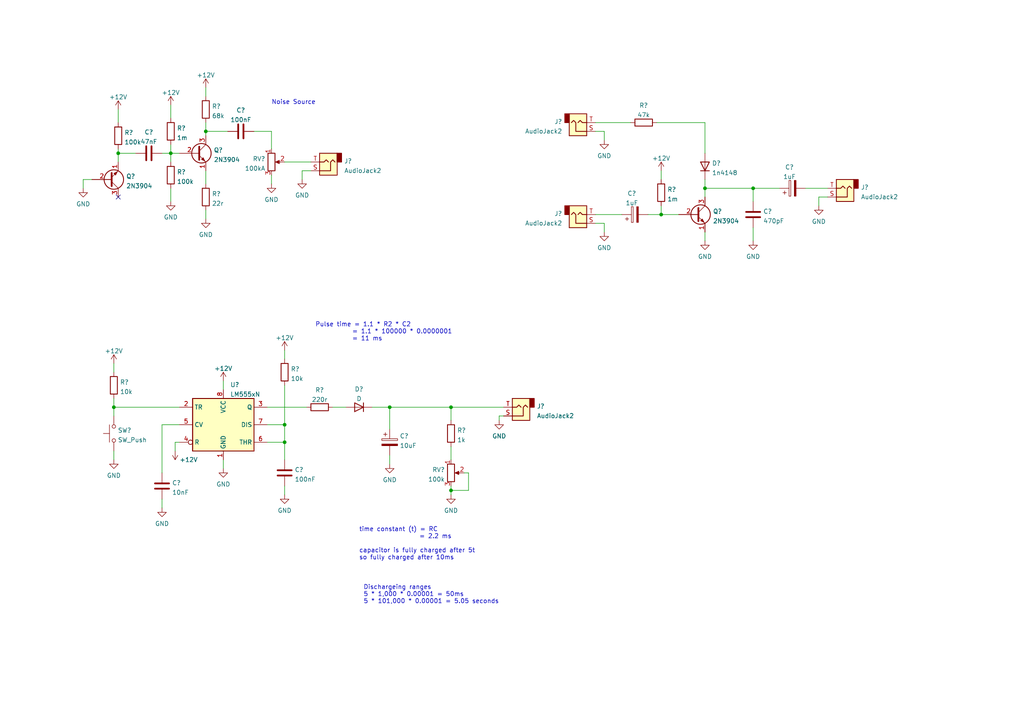
<source format=kicad_sch>
(kicad_sch (version 20211123) (generator eeschema)
  (paper "A4")
  (lib_symbols
    (symbol "Connector:AudioJack2"
      (property "Reference" "J" (at 0 8.89 0))
      (property "Value" "AudioJack2" (at 0 6.35 0))
      (symbol "AudioJack2_0_1"
        (rectangle (start -3.81 0) (end -2.54 -2.54) (stroke (width 0.254)) (fill (type outline)))
        (rectangle (start -2.54 3.81) (end 2.54 -2.54) (stroke (width 0.254)) (fill (type background)))
        (polyline (pts (xy 0 0) (xy 0.635 -0.635) (xy 1.27 0) (xy 2.54 0)) (stroke (width 0.254)))
        (polyline (pts (xy 2.54 2.54) (xy -0.635 2.54) (xy -0.635 0) (xy -1.27 -0.635) (xy -1.905 0)) (stroke (width 0.254)))
      )
      (symbol "AudioJack2_1_1"
        (pin passive line (at 5.08 2.54 180) (length 2.54) (name "~") (number "S"))
        (pin passive line (at 5.08 0 180) (length 2.54) (name "~") (number "T"))
      )
    )
    (symbol "Device:C" (pin_numbers hide) (pin_names (offset 0.254))
      (property "Reference" "C" (at 0.635 2.54 0))
      (property "Value" "C" (at 0.635 -2.54 0))
      (symbol "C_0_1"
        (polyline (pts (xy -2.032 -0.762) (xy 2.032 -0.762)) (stroke (width 0.508)))
        (polyline (pts (xy -2.032 0.762) (xy 2.032 0.762)) (stroke (width 0.508)))
      )
      (symbol "C_1_1"
        (pin passive line (at 0 3.81 270) (length 2.794) (name "~") (number "1"))
        (pin passive line (at 0 -3.81 90) (length 2.794) (name "~") (number "2"))
      )
    )
    (symbol "Device:C_Polarized" (pin_numbers hide) (pin_names (offset 0.254))
      (property "Reference" "C" (at 0.635 2.54 0))
      (property "Value" "C_Polarized" (at 0.635 -2.54 0))
      (symbol "C_Polarized_0_1"
        (rectangle (start -2.286 0.508) (end 2.286 1.016))
        (polyline (pts (xy -1.778 2.286) (xy -0.762 2.286)))
        (polyline (pts (xy -1.27 2.794) (xy -1.27 1.778)))
        (rectangle (start 2.286 -0.508) (end -2.286 -1.016) (fill (type outline)))
      )
      (symbol "C_Polarized_1_1"
        (pin passive line (at 0 3.81 270) (length 2.794) (name "~") (number "1"))
        (pin passive line (at 0 -3.81 90) (length 2.794) (name "~") (number "2"))
      )
    )
    (symbol "Device:D" (pin_numbers hide) (pin_names (offset 1.016) hide)
      (property "Reference" "D" (at 0 2.54 0))
      (property "Value" "D" (at 0 -2.54 0))
      (symbol "D_0_1"
        (polyline (pts (xy -1.27 1.27) (xy -1.27 -1.27)) (stroke (width 0.254)))
        (polyline (pts (xy 1.27 0) (xy -1.27 0)))
        (polyline (pts (xy 1.27 1.27) (xy 1.27 -1.27) (xy -1.27 0) (xy 1.27 1.27)) (stroke (width 0.254)))
      )
      (symbol "D_1_1"
        (pin passive line (at -3.81 0 0) (length 2.54) (name "K") (number "1"))
        (pin passive line (at 3.81 0 180) (length 2.54) (name "A") (number "2"))
      )
    )
    (symbol "Device:R" (pin_numbers hide) (pin_names (offset 0))
      (property "Reference" "R" (at 2.032 0 90))
      (property "Value" "R" (at 0 0 90))
      (symbol "R_0_1"
        (rectangle (start -1.016 -2.54) (end 1.016 2.54) (stroke (width 0.254)))
      )
      (symbol "R_1_1"
        (pin passive line (at 0 3.81 270) (length 1.27) (name "~") (number "1"))
        (pin passive line (at 0 -3.81 90) (length 1.27) (name "~") (number "2"))
      )
    )
    (symbol "Device:R_Potentiometer" (pin_names (offset 1.016) hide)
      (property "Reference" "RV" (at -4.445 0 90))
      (property "Value" "R_Potentiometer" (at -2.54 0 90))
      (symbol "R_Potentiometer_0_1"
        (polyline (pts (xy 2.54 0) (xy 1.524 0)))
        (polyline (pts (xy 1.143 0) (xy 2.286 0.508) (xy 2.286 -0.508) (xy 1.143 0)) (fill (type outline)))
        (rectangle (start 1.016 2.54) (end -1.016 -2.54) (stroke (width 0.254)))
      )
      (symbol "R_Potentiometer_1_1"
        (pin passive line (at 0 3.81 270) (length 1.27) (name "1") (number "1"))
        (pin passive line (at 3.81 0 180) (length 1.27) (name "2") (number "2"))
        (pin passive line (at 0 -3.81 90) (length 1.27) (name "3") (number "3"))
      )
    )
    (symbol "Switch:SW_Push" (pin_numbers hide) (pin_names (offset 1.016) hide)
      (property "Reference" "SW" (at 1.27 2.54 0))
      (property "Value" "SW_Push" (at 0 -1.524 0))
      (symbol "SW_Push_0_1"
        (circle (center -2.032 0) (radius 0.508))
        (polyline (pts (xy 0 1.27) (xy 0 3.048)))
        (polyline (pts (xy 2.54 1.27) (xy -2.54 1.27)))
        (circle (center 2.032 0) (radius 0.508))
        (pin passive line (at -5.08 0 0) (length 2.54) (name "1") (number "1"))
        (pin passive line (at 5.08 0 180) (length 2.54) (name "2") (number "2"))
      )
    )
    (symbol "Timer:LM555xN"
      (property "Reference" "U" (at -10.16 8.89 0))
      (property "Value" "LM555xN" (at 2.54 8.89 0))
      (symbol "LM555xN_0_0"
        (pin power_in line (at 0 -10.16 90) (length 2.54) (name "GND") (number "1"))
        (pin power_in line (at 0 10.16 270) (length 2.54) (name "VCC") (number "8"))
      )
      (symbol "LM555xN_0_1"
        (rectangle (start -8.89 -7.62) (end 8.89 7.62) (stroke (width 0.254)) (fill (type background)))
        (rectangle (start -8.89 -7.62) (end 8.89 7.62) (stroke (width 0.254)) (fill (type background)))
      )
      (symbol "LM555xN_1_1"
        (pin input line (at -12.7 5.08 0) (length 3.81) (name "TR") (number "2"))
        (pin output line (at 12.7 5.08 180) (length 3.81) (name "Q") (number "3"))
        (pin input inverted (at -12.7 -5.08 0) (length 3.81) (name "R") (number "4"))
        (pin input line (at -12.7 0 0) (length 3.81) (name "CV") (number "5"))
        (pin input line (at 12.7 -5.08 180) (length 3.81) (name "THR") (number "6"))
        (pin input line (at 12.7 0 180) (length 3.81) (name "DIS") (number "7"))
      )
    )
    (symbol "Transistor_BJT:2N3904" (pin_names (offset 0) hide)
      (property "Reference" "Q" (at 5.08 1.905 0))
      (property "Value" "2N3904" (at 5.08 0 0))
      (symbol "2N3904_0_1"
        (polyline (pts (xy 0.635 0.635) (xy 2.54 2.54)))
        (polyline (pts (xy 0.635 -0.635) (xy 2.54 -2.54) (xy 2.54 -2.54)))
        (polyline (pts (xy 0.635 1.905) (xy 0.635 -1.905) (xy 0.635 -1.905)) (stroke (width 0.508)))
        (polyline (pts (xy 1.27 -1.778) (xy 1.778 -1.27) (xy 2.286 -2.286) (xy 1.27 -1.778) (xy 1.27 -1.778)) (fill (type outline)))
        (circle (center 1.27 0) (radius 2.8194) (stroke (width 0.254)))
      )
      (symbol "2N3904_1_1"
        (pin passive line (at 2.54 -5.08 90) (length 2.54) (name "E") (number "1"))
        (pin passive line (at -5.08 0 0) (length 5.715) (name "B") (number "2"))
        (pin passive line (at 2.54 5.08 270) (length 2.54) (name "C") (number "3"))
      )
    )
    (symbol "power:+12V" (power) (pin_names (offset 0))
      (property "Value" "+12V" (at 0 3.556 0))
      (symbol "+12V_0_1"
        (polyline (pts (xy -0.762 1.27) (xy 0 2.54)))
        (polyline (pts (xy 0 0) (xy 0 2.54)))
        (polyline (pts (xy 0 2.54) (xy 0.762 1.27)))
      )
      (symbol "+12V_1_1"
        (pin power_in line (at 0 0 90) (length 0) hide (name "+12V") (number "1"))
      )
    )
    (symbol "power:GND" (power) (pin_names (offset 0))
      (property "Value" "GND" (at 0 -3.81 0))
      (symbol "GND_0_1"
        (polyline (pts (xy 0 0) (xy 0 -1.27) (xy 1.27 -1.27) (xy 0 -2.54) (xy -1.27 -1.27) (xy 0 -1.27)))
      )
      (symbol "GND_1_1"
        (pin power_in line (at 0 0 270) (length 0) hide (name "GND") (number "1"))
      )
    )
  )
  (junction (at 113.03 118.11))
  (junction (at 82.55 128.27))
  (junction (at 218.44 54.61))
  (junction (at 34.29 44.45))
  (junction (at 33.02 118.11))
  (junction (at 130.81 118.11))
  (junction (at 204.47 54.61))
  (junction (at 130.81 142.24))
  (junction (at 191.77 62.23))
  (junction (at 82.55 123.19))
  (junction (at 59.69 38.1))
  (junction (at 49.53 44.45))
  (no_connect (at 34.29 57.15))
  (wire (pts (xy 204.47 67.31) (xy 204.47 69.85)))
  (wire (pts (xy 46.99 144.78) (xy 46.99 147.32)))
  (wire (pts (xy 87.63 49.53) (xy 87.63 52.07)))
  (wire (pts (xy 130.81 142.24) (xy 130.81 143.51)))
  (wire (pts (xy 82.55 46.99) (xy 90.17 46.99)))
  (wire (pts (xy 33.02 130.81) (xy 33.02 133.35)))
  (wire (pts (xy 144.78 120.65) (xy 144.78 121.92)))
  (wire (pts (xy 82.55 140.97) (xy 82.55 143.51)))
  (wire (pts (xy 64.77 133.35) (xy 64.77 135.89)))
  (wire (pts (xy 59.69 60.96) (xy 59.69 63.5)))
  (wire (pts (xy 33.02 118.11) (xy 52.07 118.11)))
  (wire (pts (xy 49.53 41.91) (xy 49.53 44.45)))
  (wire (pts (xy 77.47 123.19) (xy 82.55 123.19)))
  (wire (pts (xy 50.8 128.27) (xy 52.07 128.27)))
  (wire (pts (xy 24.13 52.07) (xy 26.67 52.07)))
  (wire (pts (xy 78.74 38.1) (xy 78.74 43.18)))
  (wire (pts (xy 34.29 43.18) (xy 34.29 44.45)))
  (wire (pts (xy 82.55 101.6) (xy 82.55 104.14)))
  (wire (pts (xy 59.69 38.1) (xy 66.04 38.1)))
  (wire (pts (xy 135.89 137.16) (xy 135.89 142.24)))
  (wire (pts (xy 82.55 123.19) (xy 82.55 111.76)))
  (wire (pts (xy 46.99 44.45) (xy 49.53 44.45)))
  (wire (pts (xy 130.81 118.11) (xy 146.05 118.11)))
  (wire (pts (xy 191.77 49.53) (xy 191.77 52.07)))
  (wire (pts (xy 204.47 35.56) (xy 204.47 44.45)))
  (wire (pts (xy 33.02 118.11) (xy 33.02 120.65)))
  (wire (pts (xy 59.69 38.1) (xy 59.69 39.37)))
  (wire (pts (xy 135.89 142.24) (xy 130.81 142.24)))
  (wire (pts (xy 218.44 54.61) (xy 204.47 54.61)))
  (wire (pts (xy 77.47 118.11) (xy 88.9 118.11)))
  (wire (pts (xy 130.81 121.92) (xy 130.81 118.11)))
  (wire (pts (xy 49.53 54.61) (xy 49.53 58.42)))
  (wire (pts (xy 130.81 118.11) (xy 113.03 118.11)))
  (wire (pts (xy 33.02 115.57) (xy 33.02 118.11)))
  (wire (pts (xy 146.05 120.65) (xy 144.78 120.65)))
  (wire (pts (xy 78.74 50.8) (xy 78.74 53.34)))
  (wire (pts (xy 172.72 62.23) (xy 180.34 62.23)))
  (wire (pts (xy 34.29 44.45) (xy 34.29 46.99)))
  (wire (pts (xy 59.69 35.56) (xy 59.69 38.1)))
  (wire (pts (xy 130.81 129.54) (xy 130.81 133.35)))
  (wire (pts (xy 49.53 44.45) (xy 52.07 44.45)))
  (wire (pts (xy 204.47 52.07) (xy 204.47 54.61)))
  (wire (pts (xy 59.69 49.53) (xy 59.69 53.34)))
  (wire (pts (xy 82.55 128.27) (xy 82.55 123.19)))
  (wire (pts (xy 172.72 35.56) (xy 182.88 35.56)))
  (wire (pts (xy 34.29 44.45) (xy 39.37 44.45)))
  (wire (pts (xy 50.8 130.81) (xy 50.8 128.27)))
  (wire (pts (xy 73.66 38.1) (xy 78.74 38.1)))
  (wire (pts (xy 233.68 54.61) (xy 240.03 54.61)))
  (wire (pts (xy 172.72 64.77) (xy 175.26 64.77)))
  (wire (pts (xy 172.72 38.1) (xy 175.26 38.1)))
  (wire (pts (xy 134.62 137.16) (xy 135.89 137.16)))
  (wire (pts (xy 49.53 30.48) (xy 49.53 34.29)))
  (wire (pts (xy 218.44 54.61) (xy 226.06 54.61)))
  (wire (pts (xy 33.02 105.41) (xy 33.02 107.95)))
  (wire (pts (xy 77.47 128.27) (xy 82.55 128.27)))
  (wire (pts (xy 113.03 132.08) (xy 113.03 134.62)))
  (wire (pts (xy 187.96 62.23) (xy 191.77 62.23)))
  (wire (pts (xy 218.44 58.42) (xy 218.44 54.61)))
  (wire (pts (xy 130.81 140.97) (xy 130.81 142.24)))
  (wire (pts (xy 64.77 110.49) (xy 64.77 113.03)))
  (wire (pts (xy 191.77 62.23) (xy 196.85 62.23)))
  (wire (pts (xy 190.5 35.56) (xy 204.47 35.56)))
  (wire (pts (xy 113.03 118.11) (xy 113.03 124.46)))
  (wire (pts (xy 82.55 128.27) (xy 82.55 133.35)))
  (wire (pts (xy 204.47 54.61) (xy 204.47 57.15)))
  (wire (pts (xy 24.13 54.61) (xy 24.13 52.07)))
  (wire (pts (xy 59.69 25.4) (xy 59.69 27.94)))
  (wire (pts (xy 96.52 118.11) (xy 100.33 118.11)))
  (wire (pts (xy 49.53 44.45) (xy 49.53 46.99)))
  (wire (pts (xy 191.77 59.69) (xy 191.77 62.23)))
  (wire (pts (xy 52.07 123.19) (xy 46.99 123.19)))
  (wire (pts (xy 46.99 123.19) (xy 46.99 137.16)))
  (wire (pts (xy 34.29 31.75) (xy 34.29 35.56)))
  (wire (pts (xy 240.03 57.15) (xy 237.49 57.15)))
  (wire (pts (xy 107.95 118.11) (xy 113.03 118.11)))
  (wire (pts (xy 175.26 38.1) (xy 175.26 40.64)))
  (wire (pts (xy 90.17 49.53) (xy 87.63 49.53)))
  (wire (pts (xy 175.26 64.77) (xy 175.26 67.31)))
  (wire (pts (xy 218.44 66.04) (xy 218.44 69.85)))
  (wire (pts (xy 237.49 57.15) (xy 237.49 59.69)))
  (text "Pulse time = 1.1 * R2 * C2\n           = 1.1 * 100000 * 0.0000001\n           = 11 ms" (at 91.44 99.06 0) (effects (font (size 1.27 1.27)) (justify left bottom)))
  (text "time constant (t) = RC\n                  = 2.2 ms\n\ncapacitor is fully charged after 5t\nso fully charged after 10ms" (at 104.14 162.56 0) (effects (font (size 1.27 1.27)) (justify left bottom)))
  (text "Noise Source" (at 78.74 30.48 0) (effects (font (size 1.27 1.27)) (justify left bottom)))
  (text "Dischargeing ranges\n5 * 1,000 * 0.00001 = 50ms\n5 * 101,000 * 0.00001 = 5.05 seconds" (at 105.41 175.26 0) (effects (font (size 1.27 1.27)) (justify left bottom)))
  (symbol (lib_id "power:+12V") (at 191.77 49.53 0) (unit 1)
    (property "Reference" "#PWR?" (effects hide))
    (property "Value" "+12V" (at 191.77 45.9255 0))
  )
  (symbol (lib_id "power:+12V") (at 50.8 130.81 180) (unit 1)
    (property "Reference" "#PWR?" (effects hide))
    (property "Value" "+12V" (at 52.07 133.35 0) (effects (justify right)))
  )
  (symbol (lib_id "power:GND") (at 113.03 134.62 0) (unit 1)
    (property "Reference" "#PWR?" (effects hide))
    (property "Value" "GND" (at 113.03 139.1825 0))
  )
  (symbol (lib_id "power:GND") (at 33.02 133.35 0) (unit 1)
    (property "Reference" "#PWR?" (effects hide))
    (property "Value" "GND" (at 33.02 137.9125 0))
  )
  (symbol (lib_id "power:GND") (at 46.99 147.32 0) (unit 1)
    (property "Reference" "#PWR?" (effects hide))
    (property "Value" "GND" (at 46.99 151.8825 0))
  )
  (symbol (lib_id "power:GND") (at 24.13 54.61 0) (unit 1)
    (property "Reference" "#PWR?" (effects hide))
    (property "Value" "GND" (at 24.13 59.1725 0))
  )
  (symbol (lib_id "Device:C") (at 43.18 44.45 90) (unit 1)
    (property "Reference" "C?" (at 43.18 38.3245 90))
    (property "Value" "47nF" (at 43.18 41.0996 90))
  )
  (symbol (lib_id "power:GND") (at 78.74 53.34 0) (unit 1)
    (property "Reference" "#PWR?" (effects hide))
    (property "Value" "GND" (at 78.74 57.9025 0))
  )
  (symbol (lib_id "Connector:AudioJack2") (at 245.11 54.61 180) (unit 1)
    (property "Reference" "J?" (at 249.682 54.3365 0) (effects (justify right)))
    (property "Value" "AudioJack2" (at 249.682 57.1116 0) (effects (justify right)))
  )
  (symbol (lib_id "Connector:AudioJack2") (at 167.64 35.56 0) (mirror x) (unit 1)
    (property "Reference" "J?" (at 163.0681 35.2865 0) (effects (justify right)))
    (property "Value" "AudioJack2" (at 163.0681 38.0616 0) (effects (justify right)))
  )
  (symbol (lib_id "Device:R") (at 59.69 57.15 0) (unit 1)
    (property "Reference" "R?" (at 61.468 56.2415 0) (effects (justify left)))
    (property "Value" "22r" (at 61.468 59.0166 0) (effects (justify left)))
  )
  (symbol (lib_id "power:+12V") (at 64.77 110.49 0) (unit 1)
    (property "Reference" "#PWR?" (effects hide))
    (property "Value" "+12V" (at 64.77 106.8855 0))
  )
  (symbol (lib_id "Device:R") (at 33.02 111.76 180) (unit 1)
    (property "Reference" "R?" (at 34.798 110.8515 0) (effects (justify right)))
    (property "Value" "10k" (at 34.798 113.6266 0) (effects (justify right)))
  )
  (symbol (lib_id "power:GND") (at 175.26 40.64 0) (unit 1)
    (property "Reference" "#PWR?" (effects hide))
    (property "Value" "GND" (at 175.26 45.2025 0))
  )
  (symbol (lib_id "power:GND") (at 175.26 67.31 0) (unit 1)
    (property "Reference" "#PWR?" (effects hide))
    (property "Value" "GND" (at 175.26 71.8725 0))
  )
  (symbol (lib_id "Device:R") (at 92.71 118.11 90) (unit 1)
    (property "Reference" "R?" (at 92.71 113.1275 90))
    (property "Value" "220r" (at 92.71 115.9026 90))
  )
  (symbol (lib_id "Device:C") (at 46.99 140.97 0) (unit 1)
    (property "Reference" "C?" (at 49.911 140.0615 0) (effects (justify left)))
    (property "Value" "10nF" (at 49.911 142.8366 0) (effects (justify left)))
  )
  (symbol (lib_id "Device:R") (at 34.29 39.37 0) (unit 1)
    (property "Reference" "R?" (at 36.068 38.4615 0) (effects (justify left)))
    (property "Value" "100k" (at 36.068 41.2366 0) (effects (justify left)))
  )
  (symbol (lib_id "power:GND") (at 237.49 59.69 0) (unit 1)
    (property "Reference" "#PWR?" (effects hide))
    (property "Value" "GND" (at 237.49 64.2525 0))
  )
  (symbol (lib_id "power:GND") (at 64.77 135.89 0) (unit 1)
    (property "Reference" "#PWR?" (effects hide))
    (property "Value" "GND" (at 64.77 140.4525 0))
  )
  (symbol (lib_id "power:+12V") (at 49.53 30.48 0) (unit 1)
    (property "Reference" "#PWR?" (effects hide))
    (property "Value" "+12V" (at 49.53 26.8755 0))
  )
  (symbol (lib_id "Connector:AudioJack2") (at 95.25 46.99 180) (unit 1)
    (property "Reference" "J?" (at 99.822 46.7165 0) (effects (justify right)))
    (property "Value" "AudioJack2" (at 99.822 49.4916 0) (effects (justify right)))
  )
  (symbol (lib_id "Device:R_Potentiometer") (at 130.81 137.16 0) (unit 1)
    (property "Reference" "RV?" (at 129.0321 136.2515 0) (effects (justify right)))
    (property "Value" "100k" (at 129.0321 139.0266 0) (effects (justify right)))
  )
  (symbol (lib_id "power:GND") (at 59.69 63.5 0) (unit 1)
    (property "Reference" "#PWR?" (effects hide))
    (property "Value" "GND" (at 59.69 68.0625 0))
  )
  (symbol (lib_id "Transistor_BJT:2N3904") (at 201.93 62.23 0) (unit 1)
    (property "Reference" "Q?" (at 206.7814 61.3215 0) (effects (justify left)))
    (property "Value" "2N3904" (at 206.7814 64.0966 0) (effects (justify left)))
    (property "Footprint" "Package_TO_SOT_THT:TO-92_Inline" (effects hide))
    (property "Datasheet" "https://www.onsemi.com/pub/Collateral/2N3903-D.PDF" (effects hide))
  )
  (symbol (lib_id "Switch:SW_Push") (at 33.02 125.73 90) (unit 1)
    (property "Reference" "SW?" (at 34.163 124.8215 90) (effects (justify right)))
    (property "Value" "SW_Push" (at 34.163 127.5966 90) (effects (justify right)))
  )
  (symbol (lib_id "power:+12V") (at 34.29 31.75 0) (unit 1)
    (property "Reference" "#PWR?" (effects hide))
    (property "Value" "+12V" (at 34.29 28.1455 0))
  )
  (symbol (lib_id "Device:R") (at 49.53 38.1 0) (unit 1)
    (property "Reference" "R?" (at 51.308 37.1915 0) (effects (justify left)))
    (property "Value" "1m" (at 51.308 39.9666 0) (effects (justify left)))
  )
  (symbol (lib_id "Device:R") (at 186.69 35.56 90) (unit 1)
    (property "Reference" "R?" (at 186.69 30.5775 90))
    (property "Value" "47k" (at 186.69 33.3526 90))
  )
  (symbol (lib_id "power:+12V") (at 33.02 105.41 0) (unit 1)
    (property "Reference" "#PWR?" (effects hide))
    (property "Value" "+12V" (at 33.02 101.8055 0))
  )
  (symbol (lib_id "power:+12V") (at 82.55 101.6 0) (unit 1)
    (property "Reference" "#PWR?" (effects hide))
    (property "Value" "+12V" (at 82.55 97.9955 0))
  )
  (symbol (lib_id "power:GND") (at 49.53 58.42 0) (unit 1)
    (property "Reference" "#PWR?" (effects hide))
    (property "Value" "GND" (at 49.53 62.9825 0))
  )
  (symbol (lib_id "Device:R") (at 59.69 31.75 0) (unit 1)
    (property "Reference" "R?" (at 61.468 30.8415 0) (effects (justify left)))
    (property "Value" "68k" (at 61.468 33.6166 0) (effects (justify left)))
  )
  (symbol (lib_id "Device:C") (at 218.44 62.23 180) (unit 1)
    (property "Reference" "C?" (at 221.361 61.3215 0) (effects (justify right)))
    (property "Value" "470pF" (at 221.361 64.0966 0) (effects (justify right)))
  )
  (symbol (lib_id "Timer:LM555xN") (at 64.77 123.19 0) (unit 1)
    (property "Reference" "U?" (at 66.7894 111.6035 0) (effects (justify left)))
    (property "Value" "LM555xN" (at 66.7894 114.3786 0) (effects (justify left)))
    (property "Footprint" "Package_DIP:DIP-8_W7.62mm" (effects hide))
    (property "Datasheet" "http://www.ti.com/lit/ds/symlink/lm555.pdf" (effects hide))
  )
  (symbol (lib_id "Device:R") (at 82.55 107.95 180) (unit 1)
    (property "Reference" "R?" (at 84.328 107.0415 0) (effects (justify right)))
    (property "Value" "10k" (at 84.328 109.8166 0) (effects (justify right)))
  )
  (symbol (lib_id "power:GND") (at 218.44 69.85 0) (unit 1)
    (property "Reference" "#PWR?" (effects hide))
    (property "Value" "GND" (at 218.44 74.4125 0))
  )
  (symbol (lib_id "Connector:AudioJack2") (at 151.13 118.11 180) (unit 1)
    (property "Reference" "J?" (at 155.702 117.8365 0) (effects (justify right)))
    (property "Value" "AudioJack2" (at 155.702 120.6116 0) (effects (justify right)))
  )
  (symbol (lib_id "power:GND") (at 144.78 121.92 0) (unit 1)
    (property "Reference" "#PWR?" (effects hide))
    (property "Value" "GND" (at 144.78 126.4825 0))
  )
  (symbol (lib_id "Device:C") (at 82.55 137.16 0) (unit 1)
    (property "Reference" "C?" (at 85.471 136.2515 0) (effects (justify left)))
    (property "Value" "100nF" (at 85.471 139.0266 0) (effects (justify left)))
  )
  (symbol (lib_id "Device:C_Polarized") (at 229.87 54.61 90) (unit 1)
    (property "Reference" "C?" (at 228.981 48.4845 90))
    (property "Value" "1uF" (at 228.981 51.2596 90))
  )
  (symbol (lib_id "Device:C_Polarized") (at 113.03 128.27 0) (unit 1)
    (property "Reference" "C?" (at 115.951 126.4725 0) (effects (justify left)))
    (property "Value" "10uF" (at 115.951 129.2476 0) (effects (justify left)))
  )
  (symbol (lib_id "power:GND") (at 130.81 143.51 0) (unit 1)
    (property "Reference" "#PWR?" (effects hide))
    (property "Value" "GND" (at 130.81 148.0725 0))
  )
  (symbol (lib_id "Transistor_BJT:2N3904") (at 31.75 52.07 0) (mirror x) (unit 1)
    (property "Reference" "Q?" (at 36.6014 51.1615 0) (effects (justify left)))
    (property "Value" "2N3904" (at 36.6014 53.9366 0) (effects (justify left)))
    (property "Footprint" "Package_TO_SOT_THT:TO-92_Inline" (effects hide))
    (property "Datasheet" "https://www.onsemi.com/pub/Collateral/2N3903-D.PDF" (effects hide))
  )
  (symbol (lib_id "Device:C_Polarized") (at 184.15 62.23 90) (unit 1)
    (property "Reference" "C?" (at 183.261 56.1045 90))
    (property "Value" "1uF" (at 183.261 58.8796 90))
  )
  (symbol (lib_id "power:+12V") (at 59.69 25.4 0) (unit 1)
    (property "Reference" "#PWR?" (effects hide))
    (property "Value" "+12V" (at 59.69 21.7955 0))
  )
  (symbol (lib_id "power:GND") (at 204.47 69.85 0) (unit 1)
    (property "Reference" "#PWR?" (effects hide))
    (property "Value" "GND" (at 204.47 74.4125 0))
  )
  (symbol (lib_id "Device:D") (at 104.14 118.11 180) (unit 1)
    (property "Reference" "D?" (at 104.14 112.8735 0))
    (property "Value" "D" (at 104.14 115.6486 0))
  )
  (symbol (lib_id "Connector:AudioJack2") (at 167.64 62.23 0) (mirror x) (unit 1)
    (property "Reference" "J?" (at 163.0681 61.9565 0) (effects (justify right)))
    (property "Value" "AudioJack2" (at 163.0681 64.7316 0) (effects (justify right)))
  )
  (symbol (lib_id "power:GND") (at 82.55 143.51 0) (unit 1)
    (property "Reference" "#PWR?" (effects hide))
    (property "Value" "GND" (at 82.55 148.0725 0))
  )
  (symbol (lib_id "power:GND") (at 87.63 52.07 0) (unit 1)
    (property "Reference" "#PWR?" (effects hide))
    (property "Value" "GND" (at 87.63 56.6325 0))
  )
  (symbol (lib_id "Device:C") (at 69.85 38.1 90) (unit 1)
    (property "Reference" "C?" (at 69.85 31.9745 90))
    (property "Value" "100nF" (at 69.85 34.7496 90))
  )
  (symbol (lib_id "Device:R") (at 49.53 50.8 0) (unit 1)
    (property "Reference" "R?" (at 51.308 49.8915 0) (effects (justify left)))
    (property "Value" "100k" (at 51.308 52.6666 0) (effects (justify left)))
  )
  (symbol (lib_id "Device:R_Potentiometer") (at 78.74 46.99 0) (unit 1)
    (property "Reference" "RV?" (at 76.962 46.0815 0) (effects (justify right)))
    (property "Value" "100kA" (at 76.962 48.8566 0) (effects (justify right)))
  )
  (symbol (lib_id "Device:R") (at 191.77 55.88 0) (unit 1)
    (property "Reference" "R?" (at 193.548 54.9715 0) (effects (justify left)))
    (property "Value" "1m" (at 193.548 57.7466 0) (effects (justify left)))
  )
  (symbol (lib_id "Device:R") (at 130.81 125.73 180) (unit 1)
    (property "Reference" "R?" (at 132.588 124.8215 0) (effects (justify right)))
    (property "Value" "1k" (at 132.588 127.5966 0) (effects (justify right)))
  )
  (symbol (lib_id "Transistor_BJT:2N3904") (at 57.15 44.45 0) (unit 1)
    (property "Reference" "Q?" (at 62.0014 43.5415 0) (effects (justify left)))
    (property "Value" "2N3904" (at 62.0014 46.3166 0) (effects (justify left)))
    (property "Footprint" "Package_TO_SOT_THT:TO-92_Inline" (effects hide))
    (property "Datasheet" "https://www.onsemi.com/pub/Collateral/2N3903-D.PDF" (effects hide))
  )
  (symbol (lib_id "Device:D") (at 204.47 48.26 90) (unit 1)
    (property "Reference" "D?" (at 206.502 47.3515 90) (effects (justify right)))
    (property "Value" "1n4148" (at 206.502 50.1266 90) (effects (justify right)))
  )
)
</source>
